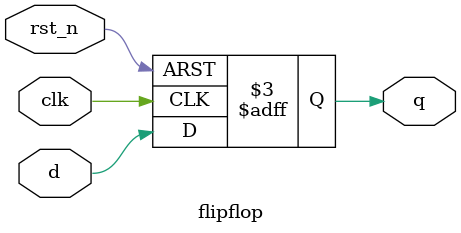
<source format=sv>
module flipflop (
    input  logic clk,
    input  logic rst_n,
    input  logic d,
    output logic q
);

    always_ff @(posedge clk or negedge rst_n) begin
        if (!rst_n) begin
            q <= 1'b0;
        end else begin
            q <= d;
        end
    end

endmodule
</source>
